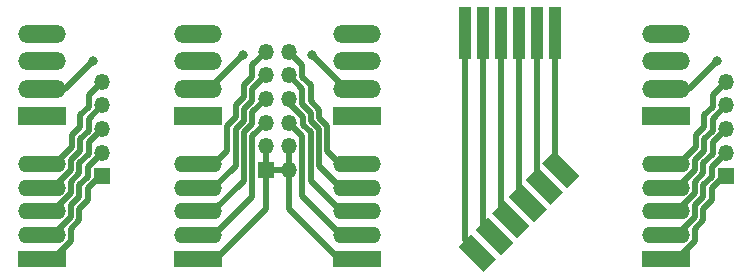
<source format=gtl>
G04 #@! TF.GenerationSoftware,KiCad,Pcbnew,5.1.12-84ad8e8a86~92~ubuntu16.04.1*
G04 #@! TF.CreationDate,2022-12-06T17:39:37+01:00*
G04 #@! TF.ProjectId,Subboards,53756262-6f61-4726-9473-2e6b69636164,rev?*
G04 #@! TF.SameCoordinates,Original*
G04 #@! TF.FileFunction,Copper,L1,Top*
G04 #@! TF.FilePolarity,Positive*
%FSLAX46Y46*%
G04 Gerber Fmt 4.6, Leading zero omitted, Abs format (unit mm)*
G04 Created by KiCad (PCBNEW 5.1.12-84ad8e8a86~92~ubuntu16.04.1) date 2022-12-06 17:39:37*
%MOMM*%
%LPD*%
G01*
G04 APERTURE LIST*
G04 #@! TA.AperFunction,SMDPad,CuDef*
%ADD10C,0.100000*%
G04 #@! TD*
G04 #@! TA.AperFunction,ComponentPad*
%ADD11O,4.050000X1.500000*%
G04 #@! TD*
G04 #@! TA.AperFunction,ComponentPad*
%ADD12R,4.050000X1.500000*%
G04 #@! TD*
G04 #@! TA.AperFunction,ComponentPad*
%ADD13O,4.050000X1.400000*%
G04 #@! TD*
G04 #@! TA.AperFunction,ComponentPad*
%ADD14R,4.050000X1.400000*%
G04 #@! TD*
G04 #@! TA.AperFunction,ComponentPad*
%ADD15R,1.350000X1.350000*%
G04 #@! TD*
G04 #@! TA.AperFunction,ComponentPad*
%ADD16O,1.350000X1.350000*%
G04 #@! TD*
G04 #@! TA.AperFunction,SMDPad,CuDef*
%ADD17R,1.070000X4.413000*%
G04 #@! TD*
G04 #@! TA.AperFunction,ViaPad*
%ADD18C,0.800000*%
G04 #@! TD*
G04 #@! TA.AperFunction,Conductor*
%ADD19C,0.500000*%
G04 #@! TD*
G04 APERTURE END LIST*
G04 #@! TA.AperFunction,SMDPad,CuDef*
D10*
G36*
X137128398Y-71664802D02*
G01*
X136067738Y-72725462D01*
X133946418Y-70604142D01*
X135007078Y-69543482D01*
X137128398Y-71664802D01*
G37*
G04 #@! TD.AperFunction*
G04 #@! TA.AperFunction,SMDPad,CuDef*
G36*
X135714184Y-73079016D02*
G01*
X134653524Y-74139676D01*
X132532204Y-72018356D01*
X133592864Y-70957696D01*
X135714184Y-73079016D01*
G37*
G04 #@! TD.AperFunction*
G04 #@! TA.AperFunction,SMDPad,CuDef*
G36*
X134299971Y-74493229D02*
G01*
X133239311Y-75553889D01*
X131117991Y-73432569D01*
X132178651Y-72371909D01*
X134299971Y-74493229D01*
G37*
G04 #@! TD.AperFunction*
G04 #@! TA.AperFunction,SMDPad,CuDef*
G36*
X132885757Y-75907443D02*
G01*
X131825097Y-76968103D01*
X129703777Y-74846783D01*
X130764437Y-73786123D01*
X132885757Y-75907443D01*
G37*
G04 #@! TD.AperFunction*
G04 #@! TA.AperFunction,SMDPad,CuDef*
G36*
X131471543Y-77321656D02*
G01*
X130410883Y-78382316D01*
X128289563Y-76260996D01*
X129350223Y-75200336D01*
X131471543Y-77321656D01*
G37*
G04 #@! TD.AperFunction*
G04 #@! TA.AperFunction,SMDPad,CuDef*
G36*
X130057330Y-78735870D02*
G01*
X128996670Y-79796530D01*
X126875350Y-77675210D01*
X127936010Y-76614550D01*
X130057330Y-78735870D01*
G37*
G04 #@! TD.AperFunction*
D11*
X91567000Y-59639200D03*
X91567000Y-61969200D03*
X91567000Y-64309200D03*
D12*
X91567000Y-66639200D03*
D11*
X104775000Y-59639200D03*
X104775000Y-61969200D03*
X104775000Y-64309200D03*
D12*
X104775000Y-66639200D03*
D11*
X144399000Y-59639200D03*
X144399000Y-61969200D03*
X144399000Y-64309200D03*
D12*
X144399000Y-66639200D03*
D11*
X118237000Y-59639200D03*
X118237000Y-61969200D03*
X118237000Y-64309200D03*
D12*
X118237000Y-66639200D03*
D13*
X118237000Y-70689200D03*
X118237000Y-72689200D03*
X118237000Y-74689200D03*
X118237000Y-76689200D03*
D14*
X118237000Y-78689200D03*
D13*
X104775000Y-72689200D03*
X104775000Y-76689200D03*
X104775000Y-74689200D03*
D14*
X104775000Y-78689200D03*
D13*
X104775000Y-70689200D03*
D15*
X110506000Y-71163200D03*
D16*
X112506000Y-71163200D03*
X110506000Y-69163200D03*
X112506000Y-69163200D03*
X110506000Y-67163200D03*
X112506000Y-67163200D03*
X110506000Y-65163200D03*
X112506000Y-65163200D03*
X110506000Y-63163200D03*
X112506000Y-63163200D03*
X110506000Y-61163200D03*
X112506000Y-61163200D03*
D13*
X91567000Y-72689200D03*
X91567000Y-76689200D03*
X91567000Y-74689200D03*
D14*
X91567000Y-78689200D03*
D13*
X91567000Y-70689200D03*
D15*
X149479000Y-71703200D03*
D16*
X149479000Y-69703200D03*
X149479000Y-67703200D03*
X149479000Y-65703200D03*
X149479000Y-63703200D03*
D17*
X135001000Y-59559700D03*
X133477000Y-59559700D03*
X131953000Y-59559700D03*
X130429000Y-59559700D03*
X128905000Y-59559700D03*
X127381000Y-59559700D03*
D13*
X144399000Y-72689200D03*
X144399000Y-76689200D03*
X144399000Y-74689200D03*
D14*
X144399000Y-78689200D03*
D13*
X144399000Y-70689200D03*
D15*
X96647000Y-71703200D03*
D16*
X96647000Y-69703200D03*
X96647000Y-67703200D03*
X96647000Y-65703200D03*
X96647000Y-63703200D03*
D18*
X95885000Y-61925200D03*
X108585000Y-61417200D03*
X114427000Y-61417200D03*
X148717000Y-61925200D03*
D19*
X135001000Y-70598064D02*
X135537408Y-71134472D01*
X135001000Y-59258200D02*
X135001000Y-70598064D01*
X133477000Y-71902492D02*
X134123194Y-72548686D01*
X133477000Y-59258200D02*
X133477000Y-71902492D01*
X131953000Y-73206918D02*
X132708981Y-73962899D01*
X131953000Y-59258200D02*
X131953000Y-73206918D01*
X130429000Y-74511346D02*
X131294767Y-75377113D01*
X130429000Y-59258200D02*
X130429000Y-74511346D01*
X128905000Y-75815773D02*
X129880553Y-76791326D01*
X128905000Y-59258200D02*
X128905000Y-75815773D01*
X127381000Y-77120200D02*
X128466340Y-78205540D01*
X127381000Y-59258200D02*
X127381000Y-77120200D01*
X96647000Y-65703200D02*
X95521999Y-66828201D01*
X94042010Y-70328266D02*
X94042010Y-71165549D01*
X94821989Y-69548287D02*
X94042010Y-70328266D01*
X94042010Y-71165549D02*
X92518359Y-72689200D01*
X94821989Y-68538248D02*
X94821989Y-69548287D01*
X92518359Y-72689200D02*
X91567000Y-72689200D01*
X95521999Y-66828201D02*
X95521999Y-67838239D01*
X95521999Y-67838239D02*
X94821989Y-68538248D01*
X93501000Y-64309200D02*
X91567000Y-64309200D01*
X95885000Y-61925200D02*
X93501000Y-64309200D01*
X92518359Y-76689200D02*
X94042010Y-75165549D01*
X95442030Y-71745455D02*
X95442030Y-70908170D01*
X95442030Y-70908170D02*
X96647000Y-69703200D01*
X94742020Y-73455502D02*
X94742020Y-72445464D01*
X94742020Y-72445464D02*
X95442030Y-71745455D01*
X94042010Y-74155511D02*
X94742020Y-73455502D01*
X94042010Y-75165549D02*
X94042010Y-74155511D01*
X91567000Y-76689200D02*
X92518359Y-76689200D01*
X95521999Y-69838239D02*
X95521999Y-68828201D01*
X94042010Y-72155511D02*
X94742020Y-71455502D01*
X95521999Y-68828201D02*
X96647000Y-67703200D01*
X92518359Y-74689200D02*
X94042010Y-73165549D01*
X94042010Y-73165549D02*
X94042010Y-72155511D01*
X91567000Y-74689200D02*
X92518359Y-74689200D01*
X94742020Y-71455502D02*
X94742020Y-70618218D01*
X94742020Y-70618218D02*
X95521999Y-69838239D01*
X92518359Y-78689200D02*
X94042010Y-77165549D01*
X91567000Y-78689200D02*
X92518359Y-78689200D01*
X94042010Y-76155511D02*
X94742020Y-75455502D01*
X94042010Y-77165549D02*
X94042010Y-76155511D01*
X94742020Y-74445464D02*
X95442030Y-73745455D01*
X94742020Y-75455502D02*
X94742020Y-74445464D01*
X95442030Y-73745455D02*
X95442030Y-72735417D01*
X96474247Y-71703200D02*
X96647000Y-71703200D01*
X95442030Y-72735417D02*
X96474247Y-71703200D01*
X96647000Y-63703200D02*
X95521999Y-64828201D01*
X94121979Y-68248295D02*
X94121979Y-69258335D01*
X94121979Y-69258335D02*
X92691114Y-70689200D01*
X92691114Y-70689200D02*
X91567000Y-70689200D01*
X94821989Y-66538248D02*
X94821989Y-67548286D01*
X94821989Y-67548286D02*
X94121979Y-68248295D01*
X95521999Y-64828201D02*
X95521999Y-65838239D01*
X95521999Y-65838239D02*
X94821989Y-66538248D01*
X110506000Y-63163200D02*
X110482000Y-63187200D01*
X110482000Y-63187200D02*
X109380999Y-64288201D01*
X107980979Y-67708295D02*
X107980979Y-70808221D01*
X107980979Y-70808221D02*
X106100000Y-72689200D01*
X106100000Y-72689200D02*
X104775000Y-72689200D01*
X108680989Y-65998248D02*
X108680989Y-67008286D01*
X108680989Y-67008286D02*
X107980979Y-67708295D01*
X109380999Y-64288201D02*
X109380999Y-65298239D01*
X109380999Y-65298239D02*
X108680989Y-65998248D01*
X105693000Y-64309200D02*
X108585000Y-61417200D01*
X104775000Y-64309200D02*
X105693000Y-64309200D01*
X110506000Y-67163200D02*
X110506000Y-67163200D01*
X110506000Y-67163200D02*
X109380999Y-68288201D01*
X109380999Y-73448201D02*
X106140000Y-76689200D01*
X106140000Y-76689200D02*
X104775000Y-76689200D01*
X109380999Y-68288201D02*
X109380999Y-73448201D01*
X110506000Y-65163200D02*
X110506000Y-65163200D01*
X109380999Y-67298239D02*
X108680989Y-67998248D01*
X109380999Y-66288201D02*
X109380999Y-67298239D01*
X106100000Y-74689200D02*
X104775000Y-74689200D01*
X108680989Y-72108211D02*
X106100000Y-74689200D01*
X108680989Y-67998248D02*
X108680989Y-72108211D01*
X110506000Y-65163200D02*
X109380999Y-66288201D01*
X112506000Y-69163200D02*
X112506000Y-71163200D01*
X112506000Y-71163200D02*
X112506000Y-74482200D01*
X116713000Y-78689200D02*
X118237000Y-78689200D01*
X112506000Y-74482200D02*
X116713000Y-78689200D01*
X110506000Y-69163200D02*
X110506000Y-69163200D01*
X106299000Y-78689200D02*
X104775000Y-78689200D01*
X110506000Y-69163200D02*
X110506000Y-74482200D01*
X110506000Y-74482200D02*
X106299000Y-78689200D01*
X112506000Y-71163200D02*
X110506000Y-71163200D01*
X110506000Y-61163200D02*
X109380999Y-62288201D01*
X107250001Y-69610199D02*
X106171000Y-70689200D01*
X106171000Y-70689200D02*
X104775000Y-70689200D01*
X107980979Y-65708296D02*
X107980979Y-66718333D01*
X107980979Y-66718333D02*
X107250001Y-67449311D01*
X107250001Y-67449311D02*
X107250001Y-69610199D01*
X108680989Y-63998248D02*
X108680989Y-65008286D01*
X108680989Y-65008286D02*
X107980979Y-65708296D01*
X109380999Y-62288201D02*
X109380999Y-63298239D01*
X109380999Y-63298239D02*
X108680989Y-63998248D01*
X112506000Y-67163200D02*
X113631001Y-68288201D01*
X113631001Y-68288201D02*
X113631001Y-73408201D01*
X116912000Y-76689200D02*
X118237000Y-76689200D01*
X113631001Y-73408201D02*
X116912000Y-76689200D01*
X113665000Y-66657198D02*
X113665000Y-67332238D01*
X112506000Y-65498198D02*
X113665000Y-66657198D01*
X112506000Y-65163200D02*
X112506000Y-65163200D01*
X113665000Y-67332238D02*
X114331011Y-67998248D01*
X116912000Y-74689200D02*
X118237000Y-74689200D01*
X114331011Y-72108211D02*
X116912000Y-74689200D01*
X114331011Y-67998248D02*
X114331011Y-72108211D01*
X112506000Y-65163200D02*
X112506000Y-65498198D01*
X118237000Y-64309200D02*
X117319000Y-64309200D01*
X117319000Y-64309200D02*
X114427000Y-61417200D01*
X112506000Y-63163200D02*
X113631001Y-64288201D01*
X115031021Y-67708295D02*
X115031021Y-70808221D01*
X115031021Y-70808221D02*
X116912000Y-72689200D01*
X116912000Y-72689200D02*
X118237000Y-72689200D01*
X114365010Y-67042284D02*
X115031021Y-67708295D01*
X113631001Y-64288201D02*
X113631001Y-65633237D01*
X113631001Y-65633237D02*
X114365010Y-66367246D01*
X114365010Y-66367246D02*
X114365010Y-67042284D01*
X112506000Y-61163200D02*
X113631001Y-62288201D01*
X115731031Y-69579231D02*
X116841000Y-70689200D01*
X116841000Y-70689200D02*
X118237000Y-70689200D01*
X115731031Y-67418342D02*
X115731031Y-69579231D01*
X115065020Y-66077293D02*
X115065020Y-66752332D01*
X115065020Y-66752332D02*
X115731031Y-67418342D01*
X114331011Y-63998248D02*
X114331011Y-65343285D01*
X114331011Y-65343285D02*
X115065020Y-66077293D01*
X113631001Y-62288201D02*
X113631001Y-63298239D01*
X113631001Y-63298239D02*
X114331011Y-63998248D01*
X145350359Y-78689200D02*
X146874010Y-77165549D01*
X144399000Y-78689200D02*
X145350359Y-78689200D01*
X146874010Y-76155511D02*
X147574020Y-75455502D01*
X146874010Y-77165549D02*
X146874010Y-76155511D01*
X147574020Y-74445464D02*
X148274030Y-73745455D01*
X147574020Y-75455502D02*
X147574020Y-74445464D01*
X148274030Y-73745455D02*
X148274030Y-72735417D01*
X149306247Y-71703200D02*
X149479000Y-71703200D01*
X148274030Y-72735417D02*
X149306247Y-71703200D01*
X145350359Y-76689200D02*
X146874010Y-75165549D01*
X148274030Y-71745455D02*
X148274030Y-70908170D01*
X148274030Y-70908170D02*
X149479000Y-69703200D01*
X147574020Y-73455502D02*
X147574020Y-72445464D01*
X147574020Y-72445464D02*
X148274030Y-71745455D01*
X146874010Y-74155511D02*
X147574020Y-73455502D01*
X146874010Y-75165549D02*
X146874010Y-74155511D01*
X144399000Y-76689200D02*
X145350359Y-76689200D01*
X148353999Y-69838239D02*
X148353999Y-68828201D01*
X146874010Y-72155511D02*
X147574020Y-71455502D01*
X148353999Y-68828201D02*
X149479000Y-67703200D01*
X145350359Y-74689200D02*
X146874010Y-73165549D01*
X146874010Y-73165549D02*
X146874010Y-72155511D01*
X144399000Y-74689200D02*
X145350359Y-74689200D01*
X147574020Y-71455502D02*
X147574020Y-70618218D01*
X147574020Y-70618218D02*
X148353999Y-69838239D01*
X149479000Y-65703200D02*
X148353999Y-66828201D01*
X146874010Y-70328266D02*
X146874010Y-71165549D01*
X147653989Y-69548287D02*
X146874010Y-70328266D01*
X146874010Y-71165549D02*
X145350359Y-72689200D01*
X147653989Y-68538248D02*
X147653989Y-69548287D01*
X145350359Y-72689200D02*
X144399000Y-72689200D01*
X148353999Y-66828201D02*
X148353999Y-67838239D01*
X148353999Y-67838239D02*
X147653989Y-68538248D01*
X146333000Y-64309200D02*
X144399000Y-64309200D01*
X148717000Y-61925200D02*
X146333000Y-64309200D01*
X149479000Y-63703200D02*
X148353999Y-64828201D01*
X146953979Y-68248295D02*
X146953979Y-69258335D01*
X146953979Y-69258335D02*
X145523114Y-70689200D01*
X145523114Y-70689200D02*
X144399000Y-70689200D01*
X147653989Y-66538248D02*
X147653989Y-67548286D01*
X147653989Y-67548286D02*
X146953979Y-68248295D01*
X148353999Y-64828201D02*
X148353999Y-65838239D01*
X148353999Y-65838239D02*
X147653989Y-66538248D01*
M02*

</source>
